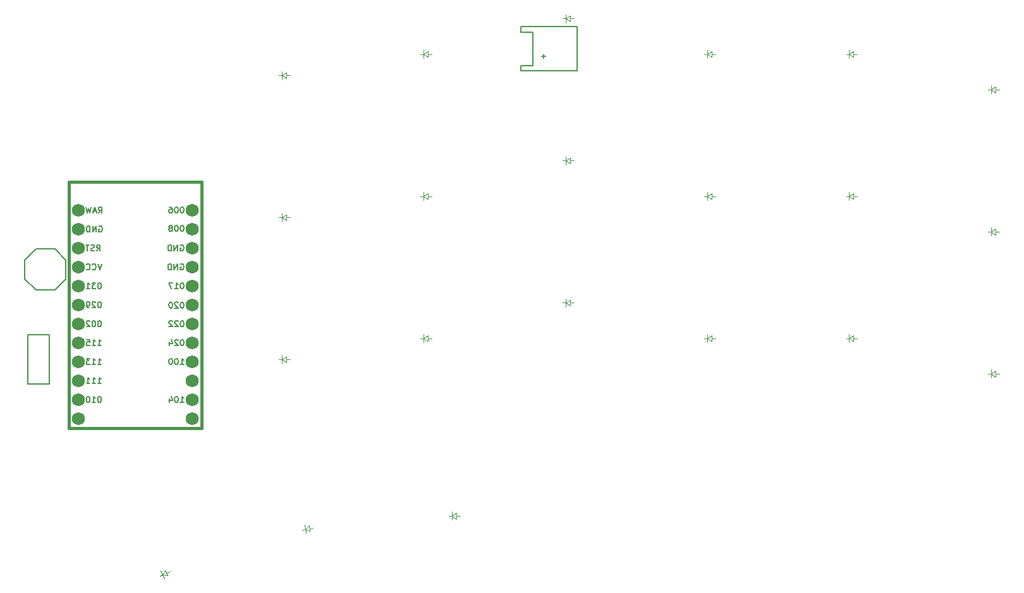
<source format=gbr>
%TF.GenerationSoftware,KiCad,Pcbnew,7.0.9*%
%TF.CreationDate,2024-08-18T04:48:34-07:00*%
%TF.ProjectId,right,72696768-742e-46b6-9963-61645f706362,v1.0.0*%
%TF.SameCoordinates,Original*%
%TF.FileFunction,Legend,Bot*%
%TF.FilePolarity,Positive*%
%FSLAX46Y46*%
G04 Gerber Fmt 4.6, Leading zero omitted, Abs format (unit mm)*
G04 Created by KiCad (PCBNEW 7.0.9) date 2024-08-18 04:48:34*
%MOMM*%
%LPD*%
G01*
G04 APERTURE LIST*
%ADD10C,0.150000*%
%ADD11C,0.100000*%
%ADD12C,0.381000*%
%ADD13C,1.752600*%
G04 APERTURE END LIST*
D10*
X151569065Y-135367395D02*
X151835732Y-134986442D01*
X152026208Y-135367395D02*
X152026208Y-134567395D01*
X152026208Y-134567395D02*
X151721446Y-134567395D01*
X151721446Y-134567395D02*
X151645256Y-134605490D01*
X151645256Y-134605490D02*
X151607161Y-134643585D01*
X151607161Y-134643585D02*
X151569065Y-134719776D01*
X151569065Y-134719776D02*
X151569065Y-134834061D01*
X151569065Y-134834061D02*
X151607161Y-134910252D01*
X151607161Y-134910252D02*
X151645256Y-134948347D01*
X151645256Y-134948347D02*
X151721446Y-134986442D01*
X151721446Y-134986442D02*
X152026208Y-134986442D01*
X151264304Y-135138823D02*
X150883351Y-135138823D01*
X151340494Y-135367395D02*
X151073827Y-134567395D01*
X151073827Y-134567395D02*
X150807161Y-135367395D01*
X150616685Y-134567395D02*
X150426209Y-135367395D01*
X150426209Y-135367395D02*
X150273828Y-134795966D01*
X150273828Y-134795966D02*
X150121447Y-135367395D01*
X150121447Y-135367395D02*
X149930971Y-134567395D01*
X151645256Y-137145490D02*
X151721446Y-137107395D01*
X151721446Y-137107395D02*
X151835732Y-137107395D01*
X151835732Y-137107395D02*
X151950018Y-137145490D01*
X151950018Y-137145490D02*
X152026208Y-137221680D01*
X152026208Y-137221680D02*
X152064303Y-137297871D01*
X152064303Y-137297871D02*
X152102399Y-137450252D01*
X152102399Y-137450252D02*
X152102399Y-137564538D01*
X152102399Y-137564538D02*
X152064303Y-137716919D01*
X152064303Y-137716919D02*
X152026208Y-137793109D01*
X152026208Y-137793109D02*
X151950018Y-137869300D01*
X151950018Y-137869300D02*
X151835732Y-137907395D01*
X151835732Y-137907395D02*
X151759541Y-137907395D01*
X151759541Y-137907395D02*
X151645256Y-137869300D01*
X151645256Y-137869300D02*
X151607160Y-137831204D01*
X151607160Y-137831204D02*
X151607160Y-137564538D01*
X151607160Y-137564538D02*
X151759541Y-137564538D01*
X151264303Y-137907395D02*
X151264303Y-137107395D01*
X151264303Y-137107395D02*
X150807160Y-137907395D01*
X150807160Y-137907395D02*
X150807160Y-137107395D01*
X150426208Y-137907395D02*
X150426208Y-137107395D01*
X150426208Y-137107395D02*
X150235732Y-137107395D01*
X150235732Y-137107395D02*
X150121446Y-137145490D01*
X150121446Y-137145490D02*
X150045256Y-137221680D01*
X150045256Y-137221680D02*
X150007161Y-137297871D01*
X150007161Y-137297871D02*
X149969065Y-137450252D01*
X149969065Y-137450252D02*
X149969065Y-137564538D01*
X149969065Y-137564538D02*
X150007161Y-137716919D01*
X150007161Y-137716919D02*
X150045256Y-137793109D01*
X150045256Y-137793109D02*
X150121446Y-137869300D01*
X150121446Y-137869300D02*
X150235732Y-137907395D01*
X150235732Y-137907395D02*
X150426208Y-137907395D01*
X151340494Y-140447395D02*
X151607161Y-140066442D01*
X151797637Y-140447395D02*
X151797637Y-139647395D01*
X151797637Y-139647395D02*
X151492875Y-139647395D01*
X151492875Y-139647395D02*
X151416685Y-139685490D01*
X151416685Y-139685490D02*
X151378590Y-139723585D01*
X151378590Y-139723585D02*
X151340494Y-139799776D01*
X151340494Y-139799776D02*
X151340494Y-139914061D01*
X151340494Y-139914061D02*
X151378590Y-139990252D01*
X151378590Y-139990252D02*
X151416685Y-140028347D01*
X151416685Y-140028347D02*
X151492875Y-140066442D01*
X151492875Y-140066442D02*
X151797637Y-140066442D01*
X151035733Y-140409300D02*
X150921447Y-140447395D01*
X150921447Y-140447395D02*
X150730971Y-140447395D01*
X150730971Y-140447395D02*
X150654780Y-140409300D01*
X150654780Y-140409300D02*
X150616685Y-140371204D01*
X150616685Y-140371204D02*
X150578590Y-140295014D01*
X150578590Y-140295014D02*
X150578590Y-140218823D01*
X150578590Y-140218823D02*
X150616685Y-140142633D01*
X150616685Y-140142633D02*
X150654780Y-140104538D01*
X150654780Y-140104538D02*
X150730971Y-140066442D01*
X150730971Y-140066442D02*
X150883352Y-140028347D01*
X150883352Y-140028347D02*
X150959542Y-139990252D01*
X150959542Y-139990252D02*
X150997637Y-139952157D01*
X150997637Y-139952157D02*
X151035733Y-139875966D01*
X151035733Y-139875966D02*
X151035733Y-139799776D01*
X151035733Y-139799776D02*
X150997637Y-139723585D01*
X150997637Y-139723585D02*
X150959542Y-139685490D01*
X150959542Y-139685490D02*
X150883352Y-139647395D01*
X150883352Y-139647395D02*
X150692875Y-139647395D01*
X150692875Y-139647395D02*
X150578590Y-139685490D01*
X150350018Y-139647395D02*
X149892875Y-139647395D01*
X150121447Y-140447395D02*
X150121447Y-139647395D01*
X152019875Y-142187395D02*
X151753208Y-142987395D01*
X151753208Y-142987395D02*
X151486542Y-142187395D01*
X150762732Y-142911204D02*
X150800828Y-142949300D01*
X150800828Y-142949300D02*
X150915113Y-142987395D01*
X150915113Y-142987395D02*
X150991304Y-142987395D01*
X150991304Y-142987395D02*
X151105590Y-142949300D01*
X151105590Y-142949300D02*
X151181780Y-142873109D01*
X151181780Y-142873109D02*
X151219875Y-142796919D01*
X151219875Y-142796919D02*
X151257971Y-142644538D01*
X151257971Y-142644538D02*
X151257971Y-142530252D01*
X151257971Y-142530252D02*
X151219875Y-142377871D01*
X151219875Y-142377871D02*
X151181780Y-142301680D01*
X151181780Y-142301680D02*
X151105590Y-142225490D01*
X151105590Y-142225490D02*
X150991304Y-142187395D01*
X150991304Y-142187395D02*
X150915113Y-142187395D01*
X150915113Y-142187395D02*
X150800828Y-142225490D01*
X150800828Y-142225490D02*
X150762732Y-142263585D01*
X149962732Y-142911204D02*
X150000828Y-142949300D01*
X150000828Y-142949300D02*
X150115113Y-142987395D01*
X150115113Y-142987395D02*
X150191304Y-142987395D01*
X150191304Y-142987395D02*
X150305590Y-142949300D01*
X150305590Y-142949300D02*
X150381780Y-142873109D01*
X150381780Y-142873109D02*
X150419875Y-142796919D01*
X150419875Y-142796919D02*
X150457971Y-142644538D01*
X150457971Y-142644538D02*
X150457971Y-142530252D01*
X150457971Y-142530252D02*
X150419875Y-142377871D01*
X150419875Y-142377871D02*
X150381780Y-142301680D01*
X150381780Y-142301680D02*
X150305590Y-142225490D01*
X150305590Y-142225490D02*
X150191304Y-142187395D01*
X150191304Y-142187395D02*
X150115113Y-142187395D01*
X150115113Y-142187395D02*
X150000828Y-142225490D01*
X150000828Y-142225490D02*
X149962732Y-142263585D01*
X151753208Y-144727395D02*
X151677018Y-144727395D01*
X151677018Y-144727395D02*
X151600827Y-144765490D01*
X151600827Y-144765490D02*
X151562732Y-144803585D01*
X151562732Y-144803585D02*
X151524637Y-144879776D01*
X151524637Y-144879776D02*
X151486542Y-145032157D01*
X151486542Y-145032157D02*
X151486542Y-145222633D01*
X151486542Y-145222633D02*
X151524637Y-145375014D01*
X151524637Y-145375014D02*
X151562732Y-145451204D01*
X151562732Y-145451204D02*
X151600827Y-145489300D01*
X151600827Y-145489300D02*
X151677018Y-145527395D01*
X151677018Y-145527395D02*
X151753208Y-145527395D01*
X151753208Y-145527395D02*
X151829399Y-145489300D01*
X151829399Y-145489300D02*
X151867494Y-145451204D01*
X151867494Y-145451204D02*
X151905589Y-145375014D01*
X151905589Y-145375014D02*
X151943685Y-145222633D01*
X151943685Y-145222633D02*
X151943685Y-145032157D01*
X151943685Y-145032157D02*
X151905589Y-144879776D01*
X151905589Y-144879776D02*
X151867494Y-144803585D01*
X151867494Y-144803585D02*
X151829399Y-144765490D01*
X151829399Y-144765490D02*
X151753208Y-144727395D01*
X151219875Y-144727395D02*
X150724637Y-144727395D01*
X150724637Y-144727395D02*
X150991303Y-145032157D01*
X150991303Y-145032157D02*
X150877018Y-145032157D01*
X150877018Y-145032157D02*
X150800827Y-145070252D01*
X150800827Y-145070252D02*
X150762732Y-145108347D01*
X150762732Y-145108347D02*
X150724637Y-145184538D01*
X150724637Y-145184538D02*
X150724637Y-145375014D01*
X150724637Y-145375014D02*
X150762732Y-145451204D01*
X150762732Y-145451204D02*
X150800827Y-145489300D01*
X150800827Y-145489300D02*
X150877018Y-145527395D01*
X150877018Y-145527395D02*
X151105589Y-145527395D01*
X151105589Y-145527395D02*
X151181780Y-145489300D01*
X151181780Y-145489300D02*
X151219875Y-145451204D01*
X149962732Y-145527395D02*
X150419875Y-145527395D01*
X150191303Y-145527395D02*
X150191303Y-144727395D01*
X150191303Y-144727395D02*
X150267494Y-144841680D01*
X150267494Y-144841680D02*
X150343684Y-144917871D01*
X150343684Y-144917871D02*
X150419875Y-144955966D01*
X151753208Y-147267395D02*
X151677018Y-147267395D01*
X151677018Y-147267395D02*
X151600827Y-147305490D01*
X151600827Y-147305490D02*
X151562732Y-147343585D01*
X151562732Y-147343585D02*
X151524637Y-147419776D01*
X151524637Y-147419776D02*
X151486542Y-147572157D01*
X151486542Y-147572157D02*
X151486542Y-147762633D01*
X151486542Y-147762633D02*
X151524637Y-147915014D01*
X151524637Y-147915014D02*
X151562732Y-147991204D01*
X151562732Y-147991204D02*
X151600827Y-148029300D01*
X151600827Y-148029300D02*
X151677018Y-148067395D01*
X151677018Y-148067395D02*
X151753208Y-148067395D01*
X151753208Y-148067395D02*
X151829399Y-148029300D01*
X151829399Y-148029300D02*
X151867494Y-147991204D01*
X151867494Y-147991204D02*
X151905589Y-147915014D01*
X151905589Y-147915014D02*
X151943685Y-147762633D01*
X151943685Y-147762633D02*
X151943685Y-147572157D01*
X151943685Y-147572157D02*
X151905589Y-147419776D01*
X151905589Y-147419776D02*
X151867494Y-147343585D01*
X151867494Y-147343585D02*
X151829399Y-147305490D01*
X151829399Y-147305490D02*
X151753208Y-147267395D01*
X151181780Y-147343585D02*
X151143684Y-147305490D01*
X151143684Y-147305490D02*
X151067494Y-147267395D01*
X151067494Y-147267395D02*
X150877018Y-147267395D01*
X150877018Y-147267395D02*
X150800827Y-147305490D01*
X150800827Y-147305490D02*
X150762732Y-147343585D01*
X150762732Y-147343585D02*
X150724637Y-147419776D01*
X150724637Y-147419776D02*
X150724637Y-147495966D01*
X150724637Y-147495966D02*
X150762732Y-147610252D01*
X150762732Y-147610252D02*
X151219875Y-148067395D01*
X151219875Y-148067395D02*
X150724637Y-148067395D01*
X150343684Y-148067395D02*
X150191303Y-148067395D01*
X150191303Y-148067395D02*
X150115113Y-148029300D01*
X150115113Y-148029300D02*
X150077017Y-147991204D01*
X150077017Y-147991204D02*
X150000827Y-147876919D01*
X150000827Y-147876919D02*
X149962732Y-147724538D01*
X149962732Y-147724538D02*
X149962732Y-147419776D01*
X149962732Y-147419776D02*
X150000827Y-147343585D01*
X150000827Y-147343585D02*
X150038922Y-147305490D01*
X150038922Y-147305490D02*
X150115113Y-147267395D01*
X150115113Y-147267395D02*
X150267494Y-147267395D01*
X150267494Y-147267395D02*
X150343684Y-147305490D01*
X150343684Y-147305490D02*
X150381779Y-147343585D01*
X150381779Y-147343585D02*
X150419875Y-147419776D01*
X150419875Y-147419776D02*
X150419875Y-147610252D01*
X150419875Y-147610252D02*
X150381779Y-147686442D01*
X150381779Y-147686442D02*
X150343684Y-147724538D01*
X150343684Y-147724538D02*
X150267494Y-147762633D01*
X150267494Y-147762633D02*
X150115113Y-147762633D01*
X150115113Y-147762633D02*
X150038922Y-147724538D01*
X150038922Y-147724538D02*
X150000827Y-147686442D01*
X150000827Y-147686442D02*
X149962732Y-147610252D01*
X151753208Y-149807395D02*
X151677018Y-149807395D01*
X151677018Y-149807395D02*
X151600827Y-149845490D01*
X151600827Y-149845490D02*
X151562732Y-149883585D01*
X151562732Y-149883585D02*
X151524637Y-149959776D01*
X151524637Y-149959776D02*
X151486542Y-150112157D01*
X151486542Y-150112157D02*
X151486542Y-150302633D01*
X151486542Y-150302633D02*
X151524637Y-150455014D01*
X151524637Y-150455014D02*
X151562732Y-150531204D01*
X151562732Y-150531204D02*
X151600827Y-150569300D01*
X151600827Y-150569300D02*
X151677018Y-150607395D01*
X151677018Y-150607395D02*
X151753208Y-150607395D01*
X151753208Y-150607395D02*
X151829399Y-150569300D01*
X151829399Y-150569300D02*
X151867494Y-150531204D01*
X151867494Y-150531204D02*
X151905589Y-150455014D01*
X151905589Y-150455014D02*
X151943685Y-150302633D01*
X151943685Y-150302633D02*
X151943685Y-150112157D01*
X151943685Y-150112157D02*
X151905589Y-149959776D01*
X151905589Y-149959776D02*
X151867494Y-149883585D01*
X151867494Y-149883585D02*
X151829399Y-149845490D01*
X151829399Y-149845490D02*
X151753208Y-149807395D01*
X150991303Y-149807395D02*
X150915113Y-149807395D01*
X150915113Y-149807395D02*
X150838922Y-149845490D01*
X150838922Y-149845490D02*
X150800827Y-149883585D01*
X150800827Y-149883585D02*
X150762732Y-149959776D01*
X150762732Y-149959776D02*
X150724637Y-150112157D01*
X150724637Y-150112157D02*
X150724637Y-150302633D01*
X150724637Y-150302633D02*
X150762732Y-150455014D01*
X150762732Y-150455014D02*
X150800827Y-150531204D01*
X150800827Y-150531204D02*
X150838922Y-150569300D01*
X150838922Y-150569300D02*
X150915113Y-150607395D01*
X150915113Y-150607395D02*
X150991303Y-150607395D01*
X150991303Y-150607395D02*
X151067494Y-150569300D01*
X151067494Y-150569300D02*
X151105589Y-150531204D01*
X151105589Y-150531204D02*
X151143684Y-150455014D01*
X151143684Y-150455014D02*
X151181780Y-150302633D01*
X151181780Y-150302633D02*
X151181780Y-150112157D01*
X151181780Y-150112157D02*
X151143684Y-149959776D01*
X151143684Y-149959776D02*
X151105589Y-149883585D01*
X151105589Y-149883585D02*
X151067494Y-149845490D01*
X151067494Y-149845490D02*
X150991303Y-149807395D01*
X150419875Y-149883585D02*
X150381779Y-149845490D01*
X150381779Y-149845490D02*
X150305589Y-149807395D01*
X150305589Y-149807395D02*
X150115113Y-149807395D01*
X150115113Y-149807395D02*
X150038922Y-149845490D01*
X150038922Y-149845490D02*
X150000827Y-149883585D01*
X150000827Y-149883585D02*
X149962732Y-149959776D01*
X149962732Y-149959776D02*
X149962732Y-150035966D01*
X149962732Y-150035966D02*
X150000827Y-150150252D01*
X150000827Y-150150252D02*
X150457970Y-150607395D01*
X150457970Y-150607395D02*
X149962732Y-150607395D01*
X151486542Y-153147395D02*
X151943685Y-153147395D01*
X151715113Y-153147395D02*
X151715113Y-152347395D01*
X151715113Y-152347395D02*
X151791304Y-152461680D01*
X151791304Y-152461680D02*
X151867494Y-152537871D01*
X151867494Y-152537871D02*
X151943685Y-152575966D01*
X150724637Y-153147395D02*
X151181780Y-153147395D01*
X150953208Y-153147395D02*
X150953208Y-152347395D01*
X150953208Y-152347395D02*
X151029399Y-152461680D01*
X151029399Y-152461680D02*
X151105589Y-152537871D01*
X151105589Y-152537871D02*
X151181780Y-152575966D01*
X150000827Y-152347395D02*
X150381779Y-152347395D01*
X150381779Y-152347395D02*
X150419875Y-152728347D01*
X150419875Y-152728347D02*
X150381779Y-152690252D01*
X150381779Y-152690252D02*
X150305589Y-152652157D01*
X150305589Y-152652157D02*
X150115113Y-152652157D01*
X150115113Y-152652157D02*
X150038922Y-152690252D01*
X150038922Y-152690252D02*
X150000827Y-152728347D01*
X150000827Y-152728347D02*
X149962732Y-152804538D01*
X149962732Y-152804538D02*
X149962732Y-152995014D01*
X149962732Y-152995014D02*
X150000827Y-153071204D01*
X150000827Y-153071204D02*
X150038922Y-153109300D01*
X150038922Y-153109300D02*
X150115113Y-153147395D01*
X150115113Y-153147395D02*
X150305589Y-153147395D01*
X150305589Y-153147395D02*
X150381779Y-153109300D01*
X150381779Y-153109300D02*
X150419875Y-153071204D01*
X151486542Y-155687395D02*
X151943685Y-155687395D01*
X151715113Y-155687395D02*
X151715113Y-154887395D01*
X151715113Y-154887395D02*
X151791304Y-155001680D01*
X151791304Y-155001680D02*
X151867494Y-155077871D01*
X151867494Y-155077871D02*
X151943685Y-155115966D01*
X150724637Y-155687395D02*
X151181780Y-155687395D01*
X150953208Y-155687395D02*
X150953208Y-154887395D01*
X150953208Y-154887395D02*
X151029399Y-155001680D01*
X151029399Y-155001680D02*
X151105589Y-155077871D01*
X151105589Y-155077871D02*
X151181780Y-155115966D01*
X150457970Y-154887395D02*
X149962732Y-154887395D01*
X149962732Y-154887395D02*
X150229398Y-155192157D01*
X150229398Y-155192157D02*
X150115113Y-155192157D01*
X150115113Y-155192157D02*
X150038922Y-155230252D01*
X150038922Y-155230252D02*
X150000827Y-155268347D01*
X150000827Y-155268347D02*
X149962732Y-155344538D01*
X149962732Y-155344538D02*
X149962732Y-155535014D01*
X149962732Y-155535014D02*
X150000827Y-155611204D01*
X150000827Y-155611204D02*
X150038922Y-155649300D01*
X150038922Y-155649300D02*
X150115113Y-155687395D01*
X150115113Y-155687395D02*
X150343684Y-155687395D01*
X150343684Y-155687395D02*
X150419875Y-155649300D01*
X150419875Y-155649300D02*
X150457970Y-155611204D01*
X151486542Y-158227395D02*
X151943685Y-158227395D01*
X151715113Y-158227395D02*
X151715113Y-157427395D01*
X151715113Y-157427395D02*
X151791304Y-157541680D01*
X151791304Y-157541680D02*
X151867494Y-157617871D01*
X151867494Y-157617871D02*
X151943685Y-157655966D01*
X150724637Y-158227395D02*
X151181780Y-158227395D01*
X150953208Y-158227395D02*
X150953208Y-157427395D01*
X150953208Y-157427395D02*
X151029399Y-157541680D01*
X151029399Y-157541680D02*
X151105589Y-157617871D01*
X151105589Y-157617871D02*
X151181780Y-157655966D01*
X149962732Y-158227395D02*
X150419875Y-158227395D01*
X150191303Y-158227395D02*
X150191303Y-157427395D01*
X150191303Y-157427395D02*
X150267494Y-157541680D01*
X150267494Y-157541680D02*
X150343684Y-157617871D01*
X150343684Y-157617871D02*
X150419875Y-157655966D01*
X151753208Y-159967395D02*
X151677018Y-159967395D01*
X151677018Y-159967395D02*
X151600827Y-160005490D01*
X151600827Y-160005490D02*
X151562732Y-160043585D01*
X151562732Y-160043585D02*
X151524637Y-160119776D01*
X151524637Y-160119776D02*
X151486542Y-160272157D01*
X151486542Y-160272157D02*
X151486542Y-160462633D01*
X151486542Y-160462633D02*
X151524637Y-160615014D01*
X151524637Y-160615014D02*
X151562732Y-160691204D01*
X151562732Y-160691204D02*
X151600827Y-160729300D01*
X151600827Y-160729300D02*
X151677018Y-160767395D01*
X151677018Y-160767395D02*
X151753208Y-160767395D01*
X151753208Y-160767395D02*
X151829399Y-160729300D01*
X151829399Y-160729300D02*
X151867494Y-160691204D01*
X151867494Y-160691204D02*
X151905589Y-160615014D01*
X151905589Y-160615014D02*
X151943685Y-160462633D01*
X151943685Y-160462633D02*
X151943685Y-160272157D01*
X151943685Y-160272157D02*
X151905589Y-160119776D01*
X151905589Y-160119776D02*
X151867494Y-160043585D01*
X151867494Y-160043585D02*
X151829399Y-160005490D01*
X151829399Y-160005490D02*
X151753208Y-159967395D01*
X150724637Y-160767395D02*
X151181780Y-160767395D01*
X150953208Y-160767395D02*
X150953208Y-159967395D01*
X150953208Y-159967395D02*
X151029399Y-160081680D01*
X151029399Y-160081680D02*
X151105589Y-160157871D01*
X151105589Y-160157871D02*
X151181780Y-160195966D01*
X150229398Y-159967395D02*
X150153208Y-159967395D01*
X150153208Y-159967395D02*
X150077017Y-160005490D01*
X150077017Y-160005490D02*
X150038922Y-160043585D01*
X150038922Y-160043585D02*
X150000827Y-160119776D01*
X150000827Y-160119776D02*
X149962732Y-160272157D01*
X149962732Y-160272157D02*
X149962732Y-160462633D01*
X149962732Y-160462633D02*
X150000827Y-160615014D01*
X150000827Y-160615014D02*
X150038922Y-160691204D01*
X150038922Y-160691204D02*
X150077017Y-160729300D01*
X150077017Y-160729300D02*
X150153208Y-160767395D01*
X150153208Y-160767395D02*
X150229398Y-160767395D01*
X150229398Y-160767395D02*
X150305589Y-160729300D01*
X150305589Y-160729300D02*
X150343684Y-160691204D01*
X150343684Y-160691204D02*
X150381779Y-160615014D01*
X150381779Y-160615014D02*
X150419875Y-160462633D01*
X150419875Y-160462633D02*
X150419875Y-160272157D01*
X150419875Y-160272157D02*
X150381779Y-160119776D01*
X150381779Y-160119776D02*
X150343684Y-160043585D01*
X150343684Y-160043585D02*
X150305589Y-160005490D01*
X150305589Y-160005490D02*
X150229398Y-159967395D01*
X162827589Y-134567395D02*
X162751399Y-134567395D01*
X162751399Y-134567395D02*
X162675208Y-134605490D01*
X162675208Y-134605490D02*
X162637113Y-134643585D01*
X162637113Y-134643585D02*
X162599018Y-134719776D01*
X162599018Y-134719776D02*
X162560923Y-134872157D01*
X162560923Y-134872157D02*
X162560923Y-135062633D01*
X162560923Y-135062633D02*
X162599018Y-135215014D01*
X162599018Y-135215014D02*
X162637113Y-135291204D01*
X162637113Y-135291204D02*
X162675208Y-135329300D01*
X162675208Y-135329300D02*
X162751399Y-135367395D01*
X162751399Y-135367395D02*
X162827589Y-135367395D01*
X162827589Y-135367395D02*
X162903780Y-135329300D01*
X162903780Y-135329300D02*
X162941875Y-135291204D01*
X162941875Y-135291204D02*
X162979970Y-135215014D01*
X162979970Y-135215014D02*
X163018066Y-135062633D01*
X163018066Y-135062633D02*
X163018066Y-134872157D01*
X163018066Y-134872157D02*
X162979970Y-134719776D01*
X162979970Y-134719776D02*
X162941875Y-134643585D01*
X162941875Y-134643585D02*
X162903780Y-134605490D01*
X162903780Y-134605490D02*
X162827589Y-134567395D01*
X162065684Y-134567395D02*
X161989494Y-134567395D01*
X161989494Y-134567395D02*
X161913303Y-134605490D01*
X161913303Y-134605490D02*
X161875208Y-134643585D01*
X161875208Y-134643585D02*
X161837113Y-134719776D01*
X161837113Y-134719776D02*
X161799018Y-134872157D01*
X161799018Y-134872157D02*
X161799018Y-135062633D01*
X161799018Y-135062633D02*
X161837113Y-135215014D01*
X161837113Y-135215014D02*
X161875208Y-135291204D01*
X161875208Y-135291204D02*
X161913303Y-135329300D01*
X161913303Y-135329300D02*
X161989494Y-135367395D01*
X161989494Y-135367395D02*
X162065684Y-135367395D01*
X162065684Y-135367395D02*
X162141875Y-135329300D01*
X162141875Y-135329300D02*
X162179970Y-135291204D01*
X162179970Y-135291204D02*
X162218065Y-135215014D01*
X162218065Y-135215014D02*
X162256161Y-135062633D01*
X162256161Y-135062633D02*
X162256161Y-134872157D01*
X162256161Y-134872157D02*
X162218065Y-134719776D01*
X162218065Y-134719776D02*
X162179970Y-134643585D01*
X162179970Y-134643585D02*
X162141875Y-134605490D01*
X162141875Y-134605490D02*
X162065684Y-134567395D01*
X161113303Y-134567395D02*
X161265684Y-134567395D01*
X161265684Y-134567395D02*
X161341875Y-134605490D01*
X161341875Y-134605490D02*
X161379970Y-134643585D01*
X161379970Y-134643585D02*
X161456160Y-134757871D01*
X161456160Y-134757871D02*
X161494256Y-134910252D01*
X161494256Y-134910252D02*
X161494256Y-135215014D01*
X161494256Y-135215014D02*
X161456160Y-135291204D01*
X161456160Y-135291204D02*
X161418065Y-135329300D01*
X161418065Y-135329300D02*
X161341875Y-135367395D01*
X161341875Y-135367395D02*
X161189494Y-135367395D01*
X161189494Y-135367395D02*
X161113303Y-135329300D01*
X161113303Y-135329300D02*
X161075208Y-135291204D01*
X161075208Y-135291204D02*
X161037113Y-135215014D01*
X161037113Y-135215014D02*
X161037113Y-135024538D01*
X161037113Y-135024538D02*
X161075208Y-134948347D01*
X161075208Y-134948347D02*
X161113303Y-134910252D01*
X161113303Y-134910252D02*
X161189494Y-134872157D01*
X161189494Y-134872157D02*
X161341875Y-134872157D01*
X161341875Y-134872157D02*
X161418065Y-134910252D01*
X161418065Y-134910252D02*
X161456160Y-134948347D01*
X161456160Y-134948347D02*
X161494256Y-135024538D01*
X162827589Y-137037395D02*
X162751399Y-137037395D01*
X162751399Y-137037395D02*
X162675208Y-137075490D01*
X162675208Y-137075490D02*
X162637113Y-137113585D01*
X162637113Y-137113585D02*
X162599018Y-137189776D01*
X162599018Y-137189776D02*
X162560923Y-137342157D01*
X162560923Y-137342157D02*
X162560923Y-137532633D01*
X162560923Y-137532633D02*
X162599018Y-137685014D01*
X162599018Y-137685014D02*
X162637113Y-137761204D01*
X162637113Y-137761204D02*
X162675208Y-137799300D01*
X162675208Y-137799300D02*
X162751399Y-137837395D01*
X162751399Y-137837395D02*
X162827589Y-137837395D01*
X162827589Y-137837395D02*
X162903780Y-137799300D01*
X162903780Y-137799300D02*
X162941875Y-137761204D01*
X162941875Y-137761204D02*
X162979970Y-137685014D01*
X162979970Y-137685014D02*
X163018066Y-137532633D01*
X163018066Y-137532633D02*
X163018066Y-137342157D01*
X163018066Y-137342157D02*
X162979970Y-137189776D01*
X162979970Y-137189776D02*
X162941875Y-137113585D01*
X162941875Y-137113585D02*
X162903780Y-137075490D01*
X162903780Y-137075490D02*
X162827589Y-137037395D01*
X162065684Y-137037395D02*
X161989494Y-137037395D01*
X161989494Y-137037395D02*
X161913303Y-137075490D01*
X161913303Y-137075490D02*
X161875208Y-137113585D01*
X161875208Y-137113585D02*
X161837113Y-137189776D01*
X161837113Y-137189776D02*
X161799018Y-137342157D01*
X161799018Y-137342157D02*
X161799018Y-137532633D01*
X161799018Y-137532633D02*
X161837113Y-137685014D01*
X161837113Y-137685014D02*
X161875208Y-137761204D01*
X161875208Y-137761204D02*
X161913303Y-137799300D01*
X161913303Y-137799300D02*
X161989494Y-137837395D01*
X161989494Y-137837395D02*
X162065684Y-137837395D01*
X162065684Y-137837395D02*
X162141875Y-137799300D01*
X162141875Y-137799300D02*
X162179970Y-137761204D01*
X162179970Y-137761204D02*
X162218065Y-137685014D01*
X162218065Y-137685014D02*
X162256161Y-137532633D01*
X162256161Y-137532633D02*
X162256161Y-137342157D01*
X162256161Y-137342157D02*
X162218065Y-137189776D01*
X162218065Y-137189776D02*
X162179970Y-137113585D01*
X162179970Y-137113585D02*
X162141875Y-137075490D01*
X162141875Y-137075490D02*
X162065684Y-137037395D01*
X161341875Y-137380252D02*
X161418065Y-137342157D01*
X161418065Y-137342157D02*
X161456160Y-137304061D01*
X161456160Y-137304061D02*
X161494256Y-137227871D01*
X161494256Y-137227871D02*
X161494256Y-137189776D01*
X161494256Y-137189776D02*
X161456160Y-137113585D01*
X161456160Y-137113585D02*
X161418065Y-137075490D01*
X161418065Y-137075490D02*
X161341875Y-137037395D01*
X161341875Y-137037395D02*
X161189494Y-137037395D01*
X161189494Y-137037395D02*
X161113303Y-137075490D01*
X161113303Y-137075490D02*
X161075208Y-137113585D01*
X161075208Y-137113585D02*
X161037113Y-137189776D01*
X161037113Y-137189776D02*
X161037113Y-137227871D01*
X161037113Y-137227871D02*
X161075208Y-137304061D01*
X161075208Y-137304061D02*
X161113303Y-137342157D01*
X161113303Y-137342157D02*
X161189494Y-137380252D01*
X161189494Y-137380252D02*
X161341875Y-137380252D01*
X161341875Y-137380252D02*
X161418065Y-137418347D01*
X161418065Y-137418347D02*
X161456160Y-137456442D01*
X161456160Y-137456442D02*
X161494256Y-137532633D01*
X161494256Y-137532633D02*
X161494256Y-137685014D01*
X161494256Y-137685014D02*
X161456160Y-137761204D01*
X161456160Y-137761204D02*
X161418065Y-137799300D01*
X161418065Y-137799300D02*
X161341875Y-137837395D01*
X161341875Y-137837395D02*
X161189494Y-137837395D01*
X161189494Y-137837395D02*
X161113303Y-137799300D01*
X161113303Y-137799300D02*
X161075208Y-137761204D01*
X161075208Y-137761204D02*
X161037113Y-137685014D01*
X161037113Y-137685014D02*
X161037113Y-137532633D01*
X161037113Y-137532633D02*
X161075208Y-137456442D01*
X161075208Y-137456442D02*
X161113303Y-137418347D01*
X161113303Y-137418347D02*
X161189494Y-137380252D01*
X162560923Y-139685490D02*
X162637113Y-139647395D01*
X162637113Y-139647395D02*
X162751399Y-139647395D01*
X162751399Y-139647395D02*
X162865685Y-139685490D01*
X162865685Y-139685490D02*
X162941875Y-139761680D01*
X162941875Y-139761680D02*
X162979970Y-139837871D01*
X162979970Y-139837871D02*
X163018066Y-139990252D01*
X163018066Y-139990252D02*
X163018066Y-140104538D01*
X163018066Y-140104538D02*
X162979970Y-140256919D01*
X162979970Y-140256919D02*
X162941875Y-140333109D01*
X162941875Y-140333109D02*
X162865685Y-140409300D01*
X162865685Y-140409300D02*
X162751399Y-140447395D01*
X162751399Y-140447395D02*
X162675208Y-140447395D01*
X162675208Y-140447395D02*
X162560923Y-140409300D01*
X162560923Y-140409300D02*
X162522827Y-140371204D01*
X162522827Y-140371204D02*
X162522827Y-140104538D01*
X162522827Y-140104538D02*
X162675208Y-140104538D01*
X162179970Y-140447395D02*
X162179970Y-139647395D01*
X162179970Y-139647395D02*
X161722827Y-140447395D01*
X161722827Y-140447395D02*
X161722827Y-139647395D01*
X161341875Y-140447395D02*
X161341875Y-139647395D01*
X161341875Y-139647395D02*
X161151399Y-139647395D01*
X161151399Y-139647395D02*
X161037113Y-139685490D01*
X161037113Y-139685490D02*
X160960923Y-139761680D01*
X160960923Y-139761680D02*
X160922828Y-139837871D01*
X160922828Y-139837871D02*
X160884732Y-139990252D01*
X160884732Y-139990252D02*
X160884732Y-140104538D01*
X160884732Y-140104538D02*
X160922828Y-140256919D01*
X160922828Y-140256919D02*
X160960923Y-140333109D01*
X160960923Y-140333109D02*
X161037113Y-140409300D01*
X161037113Y-140409300D02*
X161151399Y-140447395D01*
X161151399Y-140447395D02*
X161341875Y-140447395D01*
X162560923Y-142225490D02*
X162637113Y-142187395D01*
X162637113Y-142187395D02*
X162751399Y-142187395D01*
X162751399Y-142187395D02*
X162865685Y-142225490D01*
X162865685Y-142225490D02*
X162941875Y-142301680D01*
X162941875Y-142301680D02*
X162979970Y-142377871D01*
X162979970Y-142377871D02*
X163018066Y-142530252D01*
X163018066Y-142530252D02*
X163018066Y-142644538D01*
X163018066Y-142644538D02*
X162979970Y-142796919D01*
X162979970Y-142796919D02*
X162941875Y-142873109D01*
X162941875Y-142873109D02*
X162865685Y-142949300D01*
X162865685Y-142949300D02*
X162751399Y-142987395D01*
X162751399Y-142987395D02*
X162675208Y-142987395D01*
X162675208Y-142987395D02*
X162560923Y-142949300D01*
X162560923Y-142949300D02*
X162522827Y-142911204D01*
X162522827Y-142911204D02*
X162522827Y-142644538D01*
X162522827Y-142644538D02*
X162675208Y-142644538D01*
X162179970Y-142987395D02*
X162179970Y-142187395D01*
X162179970Y-142187395D02*
X161722827Y-142987395D01*
X161722827Y-142987395D02*
X161722827Y-142187395D01*
X161341875Y-142987395D02*
X161341875Y-142187395D01*
X161341875Y-142187395D02*
X161151399Y-142187395D01*
X161151399Y-142187395D02*
X161037113Y-142225490D01*
X161037113Y-142225490D02*
X160960923Y-142301680D01*
X160960923Y-142301680D02*
X160922828Y-142377871D01*
X160922828Y-142377871D02*
X160884732Y-142530252D01*
X160884732Y-142530252D02*
X160884732Y-142644538D01*
X160884732Y-142644538D02*
X160922828Y-142796919D01*
X160922828Y-142796919D02*
X160960923Y-142873109D01*
X160960923Y-142873109D02*
X161037113Y-142949300D01*
X161037113Y-142949300D02*
X161151399Y-142987395D01*
X161151399Y-142987395D02*
X161341875Y-142987395D01*
X162827589Y-144737395D02*
X162751399Y-144737395D01*
X162751399Y-144737395D02*
X162675208Y-144775490D01*
X162675208Y-144775490D02*
X162637113Y-144813585D01*
X162637113Y-144813585D02*
X162599018Y-144889776D01*
X162599018Y-144889776D02*
X162560923Y-145042157D01*
X162560923Y-145042157D02*
X162560923Y-145232633D01*
X162560923Y-145232633D02*
X162599018Y-145385014D01*
X162599018Y-145385014D02*
X162637113Y-145461204D01*
X162637113Y-145461204D02*
X162675208Y-145499300D01*
X162675208Y-145499300D02*
X162751399Y-145537395D01*
X162751399Y-145537395D02*
X162827589Y-145537395D01*
X162827589Y-145537395D02*
X162903780Y-145499300D01*
X162903780Y-145499300D02*
X162941875Y-145461204D01*
X162941875Y-145461204D02*
X162979970Y-145385014D01*
X162979970Y-145385014D02*
X163018066Y-145232633D01*
X163018066Y-145232633D02*
X163018066Y-145042157D01*
X163018066Y-145042157D02*
X162979970Y-144889776D01*
X162979970Y-144889776D02*
X162941875Y-144813585D01*
X162941875Y-144813585D02*
X162903780Y-144775490D01*
X162903780Y-144775490D02*
X162827589Y-144737395D01*
X161799018Y-145537395D02*
X162256161Y-145537395D01*
X162027589Y-145537395D02*
X162027589Y-144737395D01*
X162027589Y-144737395D02*
X162103780Y-144851680D01*
X162103780Y-144851680D02*
X162179970Y-144927871D01*
X162179970Y-144927871D02*
X162256161Y-144965966D01*
X161532351Y-144737395D02*
X160999017Y-144737395D01*
X160999017Y-144737395D02*
X161341875Y-145537395D01*
X162827589Y-147337395D02*
X162751399Y-147337395D01*
X162751399Y-147337395D02*
X162675208Y-147375490D01*
X162675208Y-147375490D02*
X162637113Y-147413585D01*
X162637113Y-147413585D02*
X162599018Y-147489776D01*
X162599018Y-147489776D02*
X162560923Y-147642157D01*
X162560923Y-147642157D02*
X162560923Y-147832633D01*
X162560923Y-147832633D02*
X162599018Y-147985014D01*
X162599018Y-147985014D02*
X162637113Y-148061204D01*
X162637113Y-148061204D02*
X162675208Y-148099300D01*
X162675208Y-148099300D02*
X162751399Y-148137395D01*
X162751399Y-148137395D02*
X162827589Y-148137395D01*
X162827589Y-148137395D02*
X162903780Y-148099300D01*
X162903780Y-148099300D02*
X162941875Y-148061204D01*
X162941875Y-148061204D02*
X162979970Y-147985014D01*
X162979970Y-147985014D02*
X163018066Y-147832633D01*
X163018066Y-147832633D02*
X163018066Y-147642157D01*
X163018066Y-147642157D02*
X162979970Y-147489776D01*
X162979970Y-147489776D02*
X162941875Y-147413585D01*
X162941875Y-147413585D02*
X162903780Y-147375490D01*
X162903780Y-147375490D02*
X162827589Y-147337395D01*
X162256161Y-147413585D02*
X162218065Y-147375490D01*
X162218065Y-147375490D02*
X162141875Y-147337395D01*
X162141875Y-147337395D02*
X161951399Y-147337395D01*
X161951399Y-147337395D02*
X161875208Y-147375490D01*
X161875208Y-147375490D02*
X161837113Y-147413585D01*
X161837113Y-147413585D02*
X161799018Y-147489776D01*
X161799018Y-147489776D02*
X161799018Y-147565966D01*
X161799018Y-147565966D02*
X161837113Y-147680252D01*
X161837113Y-147680252D02*
X162294256Y-148137395D01*
X162294256Y-148137395D02*
X161799018Y-148137395D01*
X161303779Y-147337395D02*
X161227589Y-147337395D01*
X161227589Y-147337395D02*
X161151398Y-147375490D01*
X161151398Y-147375490D02*
X161113303Y-147413585D01*
X161113303Y-147413585D02*
X161075208Y-147489776D01*
X161075208Y-147489776D02*
X161037113Y-147642157D01*
X161037113Y-147642157D02*
X161037113Y-147832633D01*
X161037113Y-147832633D02*
X161075208Y-147985014D01*
X161075208Y-147985014D02*
X161113303Y-148061204D01*
X161113303Y-148061204D02*
X161151398Y-148099300D01*
X161151398Y-148099300D02*
X161227589Y-148137395D01*
X161227589Y-148137395D02*
X161303779Y-148137395D01*
X161303779Y-148137395D02*
X161379970Y-148099300D01*
X161379970Y-148099300D02*
X161418065Y-148061204D01*
X161418065Y-148061204D02*
X161456160Y-147985014D01*
X161456160Y-147985014D02*
X161494256Y-147832633D01*
X161494256Y-147832633D02*
X161494256Y-147642157D01*
X161494256Y-147642157D02*
X161456160Y-147489776D01*
X161456160Y-147489776D02*
X161418065Y-147413585D01*
X161418065Y-147413585D02*
X161379970Y-147375490D01*
X161379970Y-147375490D02*
X161303779Y-147337395D01*
X162827589Y-149837395D02*
X162751399Y-149837395D01*
X162751399Y-149837395D02*
X162675208Y-149875490D01*
X162675208Y-149875490D02*
X162637113Y-149913585D01*
X162637113Y-149913585D02*
X162599018Y-149989776D01*
X162599018Y-149989776D02*
X162560923Y-150142157D01*
X162560923Y-150142157D02*
X162560923Y-150332633D01*
X162560923Y-150332633D02*
X162599018Y-150485014D01*
X162599018Y-150485014D02*
X162637113Y-150561204D01*
X162637113Y-150561204D02*
X162675208Y-150599300D01*
X162675208Y-150599300D02*
X162751399Y-150637395D01*
X162751399Y-150637395D02*
X162827589Y-150637395D01*
X162827589Y-150637395D02*
X162903780Y-150599300D01*
X162903780Y-150599300D02*
X162941875Y-150561204D01*
X162941875Y-150561204D02*
X162979970Y-150485014D01*
X162979970Y-150485014D02*
X163018066Y-150332633D01*
X163018066Y-150332633D02*
X163018066Y-150142157D01*
X163018066Y-150142157D02*
X162979970Y-149989776D01*
X162979970Y-149989776D02*
X162941875Y-149913585D01*
X162941875Y-149913585D02*
X162903780Y-149875490D01*
X162903780Y-149875490D02*
X162827589Y-149837395D01*
X162256161Y-149913585D02*
X162218065Y-149875490D01*
X162218065Y-149875490D02*
X162141875Y-149837395D01*
X162141875Y-149837395D02*
X161951399Y-149837395D01*
X161951399Y-149837395D02*
X161875208Y-149875490D01*
X161875208Y-149875490D02*
X161837113Y-149913585D01*
X161837113Y-149913585D02*
X161799018Y-149989776D01*
X161799018Y-149989776D02*
X161799018Y-150065966D01*
X161799018Y-150065966D02*
X161837113Y-150180252D01*
X161837113Y-150180252D02*
X162294256Y-150637395D01*
X162294256Y-150637395D02*
X161799018Y-150637395D01*
X161494256Y-149913585D02*
X161456160Y-149875490D01*
X161456160Y-149875490D02*
X161379970Y-149837395D01*
X161379970Y-149837395D02*
X161189494Y-149837395D01*
X161189494Y-149837395D02*
X161113303Y-149875490D01*
X161113303Y-149875490D02*
X161075208Y-149913585D01*
X161075208Y-149913585D02*
X161037113Y-149989776D01*
X161037113Y-149989776D02*
X161037113Y-150065966D01*
X161037113Y-150065966D02*
X161075208Y-150180252D01*
X161075208Y-150180252D02*
X161532351Y-150637395D01*
X161532351Y-150637395D02*
X161037113Y-150637395D01*
X162827589Y-152347395D02*
X162751399Y-152347395D01*
X162751399Y-152347395D02*
X162675208Y-152385490D01*
X162675208Y-152385490D02*
X162637113Y-152423585D01*
X162637113Y-152423585D02*
X162599018Y-152499776D01*
X162599018Y-152499776D02*
X162560923Y-152652157D01*
X162560923Y-152652157D02*
X162560923Y-152842633D01*
X162560923Y-152842633D02*
X162599018Y-152995014D01*
X162599018Y-152995014D02*
X162637113Y-153071204D01*
X162637113Y-153071204D02*
X162675208Y-153109300D01*
X162675208Y-153109300D02*
X162751399Y-153147395D01*
X162751399Y-153147395D02*
X162827589Y-153147395D01*
X162827589Y-153147395D02*
X162903780Y-153109300D01*
X162903780Y-153109300D02*
X162941875Y-153071204D01*
X162941875Y-153071204D02*
X162979970Y-152995014D01*
X162979970Y-152995014D02*
X163018066Y-152842633D01*
X163018066Y-152842633D02*
X163018066Y-152652157D01*
X163018066Y-152652157D02*
X162979970Y-152499776D01*
X162979970Y-152499776D02*
X162941875Y-152423585D01*
X162941875Y-152423585D02*
X162903780Y-152385490D01*
X162903780Y-152385490D02*
X162827589Y-152347395D01*
X162256161Y-152423585D02*
X162218065Y-152385490D01*
X162218065Y-152385490D02*
X162141875Y-152347395D01*
X162141875Y-152347395D02*
X161951399Y-152347395D01*
X161951399Y-152347395D02*
X161875208Y-152385490D01*
X161875208Y-152385490D02*
X161837113Y-152423585D01*
X161837113Y-152423585D02*
X161799018Y-152499776D01*
X161799018Y-152499776D02*
X161799018Y-152575966D01*
X161799018Y-152575966D02*
X161837113Y-152690252D01*
X161837113Y-152690252D02*
X162294256Y-153147395D01*
X162294256Y-153147395D02*
X161799018Y-153147395D01*
X161113303Y-152614061D02*
X161113303Y-153147395D01*
X161303779Y-152309300D02*
X161494256Y-152880728D01*
X161494256Y-152880728D02*
X160999017Y-152880728D01*
X162560923Y-155687395D02*
X163018066Y-155687395D01*
X162789494Y-155687395D02*
X162789494Y-154887395D01*
X162789494Y-154887395D02*
X162865685Y-155001680D01*
X162865685Y-155001680D02*
X162941875Y-155077871D01*
X162941875Y-155077871D02*
X163018066Y-155115966D01*
X162065684Y-154887395D02*
X161989494Y-154887395D01*
X161989494Y-154887395D02*
X161913303Y-154925490D01*
X161913303Y-154925490D02*
X161875208Y-154963585D01*
X161875208Y-154963585D02*
X161837113Y-155039776D01*
X161837113Y-155039776D02*
X161799018Y-155192157D01*
X161799018Y-155192157D02*
X161799018Y-155382633D01*
X161799018Y-155382633D02*
X161837113Y-155535014D01*
X161837113Y-155535014D02*
X161875208Y-155611204D01*
X161875208Y-155611204D02*
X161913303Y-155649300D01*
X161913303Y-155649300D02*
X161989494Y-155687395D01*
X161989494Y-155687395D02*
X162065684Y-155687395D01*
X162065684Y-155687395D02*
X162141875Y-155649300D01*
X162141875Y-155649300D02*
X162179970Y-155611204D01*
X162179970Y-155611204D02*
X162218065Y-155535014D01*
X162218065Y-155535014D02*
X162256161Y-155382633D01*
X162256161Y-155382633D02*
X162256161Y-155192157D01*
X162256161Y-155192157D02*
X162218065Y-155039776D01*
X162218065Y-155039776D02*
X162179970Y-154963585D01*
X162179970Y-154963585D02*
X162141875Y-154925490D01*
X162141875Y-154925490D02*
X162065684Y-154887395D01*
X161303779Y-154887395D02*
X161227589Y-154887395D01*
X161227589Y-154887395D02*
X161151398Y-154925490D01*
X161151398Y-154925490D02*
X161113303Y-154963585D01*
X161113303Y-154963585D02*
X161075208Y-155039776D01*
X161075208Y-155039776D02*
X161037113Y-155192157D01*
X161037113Y-155192157D02*
X161037113Y-155382633D01*
X161037113Y-155382633D02*
X161075208Y-155535014D01*
X161075208Y-155535014D02*
X161113303Y-155611204D01*
X161113303Y-155611204D02*
X161151398Y-155649300D01*
X161151398Y-155649300D02*
X161227589Y-155687395D01*
X161227589Y-155687395D02*
X161303779Y-155687395D01*
X161303779Y-155687395D02*
X161379970Y-155649300D01*
X161379970Y-155649300D02*
X161418065Y-155611204D01*
X161418065Y-155611204D02*
X161456160Y-155535014D01*
X161456160Y-155535014D02*
X161494256Y-155382633D01*
X161494256Y-155382633D02*
X161494256Y-155192157D01*
X161494256Y-155192157D02*
X161456160Y-155039776D01*
X161456160Y-155039776D02*
X161418065Y-154963585D01*
X161418065Y-154963585D02*
X161379970Y-154925490D01*
X161379970Y-154925490D02*
X161303779Y-154887395D01*
X162560923Y-160767395D02*
X163018066Y-160767395D01*
X162789494Y-160767395D02*
X162789494Y-159967395D01*
X162789494Y-159967395D02*
X162865685Y-160081680D01*
X162865685Y-160081680D02*
X162941875Y-160157871D01*
X162941875Y-160157871D02*
X163018066Y-160195966D01*
X162065684Y-159967395D02*
X161989494Y-159967395D01*
X161989494Y-159967395D02*
X161913303Y-160005490D01*
X161913303Y-160005490D02*
X161875208Y-160043585D01*
X161875208Y-160043585D02*
X161837113Y-160119776D01*
X161837113Y-160119776D02*
X161799018Y-160272157D01*
X161799018Y-160272157D02*
X161799018Y-160462633D01*
X161799018Y-160462633D02*
X161837113Y-160615014D01*
X161837113Y-160615014D02*
X161875208Y-160691204D01*
X161875208Y-160691204D02*
X161913303Y-160729300D01*
X161913303Y-160729300D02*
X161989494Y-160767395D01*
X161989494Y-160767395D02*
X162065684Y-160767395D01*
X162065684Y-160767395D02*
X162141875Y-160729300D01*
X162141875Y-160729300D02*
X162179970Y-160691204D01*
X162179970Y-160691204D02*
X162218065Y-160615014D01*
X162218065Y-160615014D02*
X162256161Y-160462633D01*
X162256161Y-160462633D02*
X162256161Y-160272157D01*
X162256161Y-160272157D02*
X162218065Y-160119776D01*
X162218065Y-160119776D02*
X162179970Y-160043585D01*
X162179970Y-160043585D02*
X162141875Y-160005490D01*
X162141875Y-160005490D02*
X162065684Y-159967395D01*
X161113303Y-160234061D02*
X161113303Y-160767395D01*
X161303779Y-159929300D02*
X161494256Y-160500728D01*
X161494256Y-160500728D02*
X160999017Y-160500728D01*
D11*
%TO.C,D1*%
X160696460Y-183631839D02*
X161149614Y-183420530D01*
X160865507Y-183994363D02*
X160152675Y-183885410D01*
X160527413Y-183269316D02*
X160865507Y-183994363D01*
X160152675Y-183885410D02*
X160527413Y-183269316D01*
X160152675Y-183885410D02*
X160385115Y-184383880D01*
X160152675Y-183885410D02*
X159920235Y-183386941D01*
X159790152Y-184054458D02*
X160152675Y-183885410D01*
%TO.C,D2*%
X179855550Y-177659432D02*
X180347954Y-177572608D01*
X179925009Y-178053355D02*
X179264665Y-177763621D01*
X179786091Y-177265509D02*
X179925009Y-178053355D01*
X179264665Y-177763621D02*
X179786091Y-177265509D01*
X179264665Y-177763621D02*
X179360172Y-178305265D01*
X179264665Y-177763621D02*
X179169159Y-177221977D01*
X178870742Y-177833080D02*
X179264665Y-177763621D01*
%TO.C,D3*%
X199550400Y-175980100D02*
X200050400Y-175980100D01*
X199550400Y-176380100D02*
X198950400Y-175980100D01*
X199550400Y-175580100D02*
X199550400Y-176380100D01*
X198950400Y-175980100D02*
X199550400Y-175580100D01*
X198950400Y-175980100D02*
X198950400Y-176530100D01*
X198950400Y-175980100D02*
X198950400Y-175430100D01*
X198550400Y-175980100D02*
X198950400Y-175980100D01*
%TO.C,D4*%
X271740400Y-156930100D02*
X272240400Y-156930100D01*
X271740400Y-157330100D02*
X271140400Y-156930100D01*
X271740400Y-156530100D02*
X271740400Y-157330100D01*
X271140400Y-156930100D02*
X271740400Y-156530100D01*
X271140400Y-156930100D02*
X271140400Y-157480100D01*
X271140400Y-156930100D02*
X271140400Y-156380100D01*
X270740400Y-156930100D02*
X271140400Y-156930100D01*
%TO.C,D5*%
X271740400Y-137880100D02*
X272240400Y-137880100D01*
X271740400Y-138280100D02*
X271140400Y-137880100D01*
X271740400Y-137480100D02*
X271740400Y-138280100D01*
X271140400Y-137880100D02*
X271740400Y-137480100D01*
X271140400Y-137880100D02*
X271140400Y-138430100D01*
X271140400Y-137880100D02*
X271140400Y-137330100D01*
X270740400Y-137880100D02*
X271140400Y-137880100D01*
%TO.C,D6*%
X271740400Y-118830100D02*
X272240400Y-118830100D01*
X271740400Y-119230100D02*
X271140400Y-118830100D01*
X271740400Y-118430100D02*
X271740400Y-119230100D01*
X271140400Y-118830100D02*
X271740400Y-118430100D01*
X271140400Y-118830100D02*
X271140400Y-119380100D01*
X271140400Y-118830100D02*
X271140400Y-118280100D01*
X270740400Y-118830100D02*
X271140400Y-118830100D01*
%TO.C,D7*%
X252740400Y-152167600D02*
X253240400Y-152167600D01*
X252740400Y-152567600D02*
X252140400Y-152167600D01*
X252740400Y-151767600D02*
X252740400Y-152567600D01*
X252140400Y-152167600D02*
X252740400Y-151767600D01*
X252140400Y-152167600D02*
X252140400Y-152717600D01*
X252140400Y-152167600D02*
X252140400Y-151617600D01*
X251740400Y-152167600D02*
X252140400Y-152167600D01*
%TO.C,D8*%
X252740400Y-133117600D02*
X253240400Y-133117600D01*
X252740400Y-133517600D02*
X252140400Y-133117600D01*
X252740400Y-132717600D02*
X252740400Y-133517600D01*
X252140400Y-133117600D02*
X252740400Y-132717600D01*
X252140400Y-133117600D02*
X252140400Y-133667600D01*
X252140400Y-133117600D02*
X252140400Y-132567600D01*
X251740400Y-133117600D02*
X252140400Y-133117600D01*
%TO.C,D9*%
X252740400Y-114067600D02*
X253240400Y-114067600D01*
X252740400Y-114467600D02*
X252140400Y-114067600D01*
X252740400Y-113667600D02*
X252740400Y-114467600D01*
X252140400Y-114067600D02*
X252740400Y-113667600D01*
X252140400Y-114067600D02*
X252140400Y-114617600D01*
X252140400Y-114067600D02*
X252140400Y-113517600D01*
X251740400Y-114067600D02*
X252140400Y-114067600D01*
%TO.C,D10*%
X233740400Y-152167600D02*
X234240400Y-152167600D01*
X233740400Y-152567600D02*
X233140400Y-152167600D01*
X233740400Y-151767600D02*
X233740400Y-152567600D01*
X233140400Y-152167600D02*
X233740400Y-151767600D01*
X233140400Y-152167600D02*
X233140400Y-152717600D01*
X233140400Y-152167600D02*
X233140400Y-151617600D01*
X232740400Y-152167600D02*
X233140400Y-152167600D01*
%TO.C,D11*%
X233740400Y-133117600D02*
X234240400Y-133117600D01*
X233740400Y-133517600D02*
X233140400Y-133117600D01*
X233740400Y-132717600D02*
X233740400Y-133517600D01*
X233140400Y-133117600D02*
X233740400Y-132717600D01*
X233140400Y-133117600D02*
X233140400Y-133667600D01*
X233140400Y-133117600D02*
X233140400Y-132567600D01*
X232740400Y-133117600D02*
X233140400Y-133117600D01*
%TO.C,D12*%
X233740400Y-114067600D02*
X234240400Y-114067600D01*
X233740400Y-114467600D02*
X233140400Y-114067600D01*
X233740400Y-113667600D02*
X233740400Y-114467600D01*
X233140400Y-114067600D02*
X233740400Y-113667600D01*
X233140400Y-114067600D02*
X233140400Y-114617600D01*
X233140400Y-114067600D02*
X233140400Y-113517600D01*
X232740400Y-114067600D02*
X233140400Y-114067600D01*
%TO.C,D13*%
X214740400Y-147405100D02*
X215240400Y-147405100D01*
X214740400Y-147805100D02*
X214140400Y-147405100D01*
X214740400Y-147005100D02*
X214740400Y-147805100D01*
X214140400Y-147405100D02*
X214740400Y-147005100D01*
X214140400Y-147405100D02*
X214140400Y-147955100D01*
X214140400Y-147405100D02*
X214140400Y-146855100D01*
X213740400Y-147405100D02*
X214140400Y-147405100D01*
%TO.C,D14*%
X214740400Y-128355100D02*
X215240400Y-128355100D01*
X214740400Y-128755100D02*
X214140400Y-128355100D01*
X214740400Y-127955100D02*
X214740400Y-128755100D01*
X214140400Y-128355100D02*
X214740400Y-127955100D01*
X214140400Y-128355100D02*
X214140400Y-128905100D01*
X214140400Y-128355100D02*
X214140400Y-127805100D01*
X213740400Y-128355100D02*
X214140400Y-128355100D01*
%TO.C,D15*%
X214740400Y-109305100D02*
X215240400Y-109305100D01*
X214740400Y-109705100D02*
X214140400Y-109305100D01*
X214740400Y-108905100D02*
X214740400Y-109705100D01*
X214140400Y-109305100D02*
X214740400Y-108905100D01*
X214140400Y-109305100D02*
X214140400Y-109855100D01*
X214140400Y-109305100D02*
X214140400Y-108755100D01*
X213740400Y-109305100D02*
X214140400Y-109305100D01*
%TO.C,D16*%
X195740400Y-152167600D02*
X196240400Y-152167600D01*
X195740400Y-152567600D02*
X195140400Y-152167600D01*
X195740400Y-151767600D02*
X195740400Y-152567600D01*
X195140400Y-152167600D02*
X195740400Y-151767600D01*
X195140400Y-152167600D02*
X195140400Y-152717600D01*
X195140400Y-152167600D02*
X195140400Y-151617600D01*
X194740400Y-152167600D02*
X195140400Y-152167600D01*
%TO.C,D17*%
X195740400Y-133117600D02*
X196240400Y-133117600D01*
X195740400Y-133517600D02*
X195140400Y-133117600D01*
X195740400Y-132717600D02*
X195740400Y-133517600D01*
X195140400Y-133117600D02*
X195740400Y-132717600D01*
X195140400Y-133117600D02*
X195140400Y-133667600D01*
X195140400Y-133117600D02*
X195140400Y-132567600D01*
X194740400Y-133117600D02*
X195140400Y-133117600D01*
%TO.C,D18*%
X195740400Y-114067600D02*
X196240400Y-114067600D01*
X195740400Y-114467600D02*
X195140400Y-114067600D01*
X195740400Y-113667600D02*
X195740400Y-114467600D01*
X195140400Y-114067600D02*
X195740400Y-113667600D01*
X195140400Y-114067600D02*
X195140400Y-114617600D01*
X195140400Y-114067600D02*
X195140400Y-113517600D01*
X194740400Y-114067600D02*
X195140400Y-114067600D01*
%TO.C,D19*%
X176740400Y-155025100D02*
X177240400Y-155025100D01*
X176740400Y-155425100D02*
X176140400Y-155025100D01*
X176740400Y-154625100D02*
X176740400Y-155425100D01*
X176140400Y-155025100D02*
X176740400Y-154625100D01*
X176140400Y-155025100D02*
X176140400Y-155575100D01*
X176140400Y-155025100D02*
X176140400Y-154475100D01*
X175740400Y-155025100D02*
X176140400Y-155025100D01*
%TO.C,D20*%
X176740400Y-135975100D02*
X177240400Y-135975100D01*
X176740400Y-136375100D02*
X176140400Y-135975100D01*
X176740400Y-135575100D02*
X176740400Y-136375100D01*
X176140400Y-135975100D02*
X176740400Y-135575100D01*
X176140400Y-135975100D02*
X176140400Y-136525100D01*
X176140400Y-135975100D02*
X176140400Y-135425100D01*
X175740400Y-135975100D02*
X176140400Y-135975100D01*
%TO.C,D21*%
X176740400Y-116925100D02*
X177240400Y-116925100D01*
X176740400Y-117325100D02*
X176140400Y-116925100D01*
X176740400Y-116525100D02*
X176740400Y-117325100D01*
X176140400Y-116925100D02*
X176740400Y-116525100D01*
X176140400Y-116925100D02*
X176140400Y-117475100D01*
X176140400Y-116925100D02*
X176140400Y-116375100D01*
X175740400Y-116925100D02*
X176140400Y-116925100D01*
D10*
%TO.C,JST1*%
X209740400Y-115605100D02*
X208140400Y-115605100D01*
X208140400Y-115605100D02*
X208140400Y-116305100D01*
X208140400Y-116305100D02*
X215740400Y-116305100D01*
X215740400Y-116305100D02*
X215740400Y-110405100D01*
X215740400Y-110405100D02*
X208140400Y-110405100D01*
X208140400Y-110405100D02*
X208140400Y-111105100D01*
X208140400Y-111105100D02*
X209740400Y-111105100D01*
X209740400Y-111105100D02*
X209740400Y-115605100D01*
X210990400Y-114355100D02*
X211490400Y-114355100D01*
X211240400Y-114605100D02*
X211240400Y-114105100D01*
%TO.C,B1*%
X145740400Y-140225100D02*
X147240400Y-141725100D01*
X143240400Y-140225100D02*
X141740400Y-141725100D01*
X143240400Y-140225100D02*
X145740400Y-140225100D01*
X147240400Y-144225100D02*
X147240400Y-141725100D01*
X141740400Y-144225100D02*
X141740400Y-141725100D01*
X145740400Y-145725100D02*
X147240400Y-144225100D01*
X143240400Y-145725100D02*
X141740400Y-144225100D01*
X143240400Y-145725100D02*
X145740400Y-145725100D01*
%TO.C,T1*%
X142140400Y-153025100D02*
X142140400Y-156925100D01*
X142140400Y-154975100D02*
X142140400Y-158275100D01*
X142140400Y-158275100D02*
X144990400Y-158275100D01*
X144990400Y-158275100D02*
X144990400Y-151675100D01*
X144990400Y-151675100D02*
X142140400Y-151675100D01*
X142140400Y-154975100D02*
X142140400Y-151675100D01*
D12*
%TO.C,MCU1*%
X165380400Y-164215100D02*
X165380400Y-131195100D01*
X147600400Y-164215100D02*
X165380400Y-164215100D01*
X147600400Y-131195100D02*
X147600400Y-164215100D01*
X165380400Y-131195100D02*
X147600400Y-131195100D01*
%TD*%
D13*
%TO.C,MCU1*%
X164110400Y-135005100D03*
X164110400Y-137545100D03*
X164110400Y-140085100D03*
X164110400Y-142625100D03*
X164110400Y-145165100D03*
X164110400Y-147705100D03*
X164110400Y-150245100D03*
X164110400Y-152785100D03*
X164110400Y-155325100D03*
X164110400Y-157865100D03*
X164110400Y-160405100D03*
X164110400Y-162945100D03*
X148870400Y-162945100D03*
X148870400Y-160405100D03*
X148870400Y-157865100D03*
X148870400Y-155325100D03*
X148870400Y-152785100D03*
X148870400Y-150245100D03*
X148870400Y-147705100D03*
X148870400Y-145165100D03*
X148870400Y-142625100D03*
X148870400Y-140085100D03*
X148870400Y-137545100D03*
X148870400Y-135005100D03*
%TD*%
M02*

</source>
